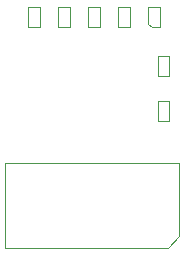
<source format=gbr>
G04 DipTrace 4.1.3.1*
G04 TopAssembly.gbr*
%MOIN*%
G04 #@! TF.FileFunction,Drawing,Top*
G04 #@! TF.Part,Single*
%ADD10C,0.004724*%
%FSLAX26Y26*%
G04*
G70*
G90*
G75*
G01*
G04 TopAssy*
%LPD*%
X974606Y433110D2*
D10*
X935236Y393740D1*
X393898D1*
Y677205D1*
X974606D1*
Y433110D1*
X471260Y1129921D2*
X509055Y1129922D1*
X509053Y1199213D1*
X471257Y1199212D1*
X471260Y1129921D1*
X571260Y1129920D2*
X609055Y1129922D1*
X609052Y1199214D1*
X571257Y1199212D1*
X571260Y1129920D1*
X671260D2*
X709055Y1129922D1*
X709052Y1199214D1*
X671257Y1199212D1*
X671260Y1129920D1*
X771260D2*
X809055Y1129922D1*
X809052Y1199214D1*
X771257Y1199212D1*
X771260Y1129920D1*
X909057Y1129922D2*
X883729Y1129921D1*
X871261Y1142388D1*
X871258Y1199212D1*
X909053Y1199214D1*
X909057Y1129922D1*
X902757Y967274D2*
X940552Y967275D1*
X940551Y1034204D1*
X902755Y1034203D1*
X902757Y967274D1*
X902904Y817322D2*
X940700Y817324D1*
X940697Y884253D1*
X902901Y884251D1*
X902904Y817322D1*
M02*

</source>
